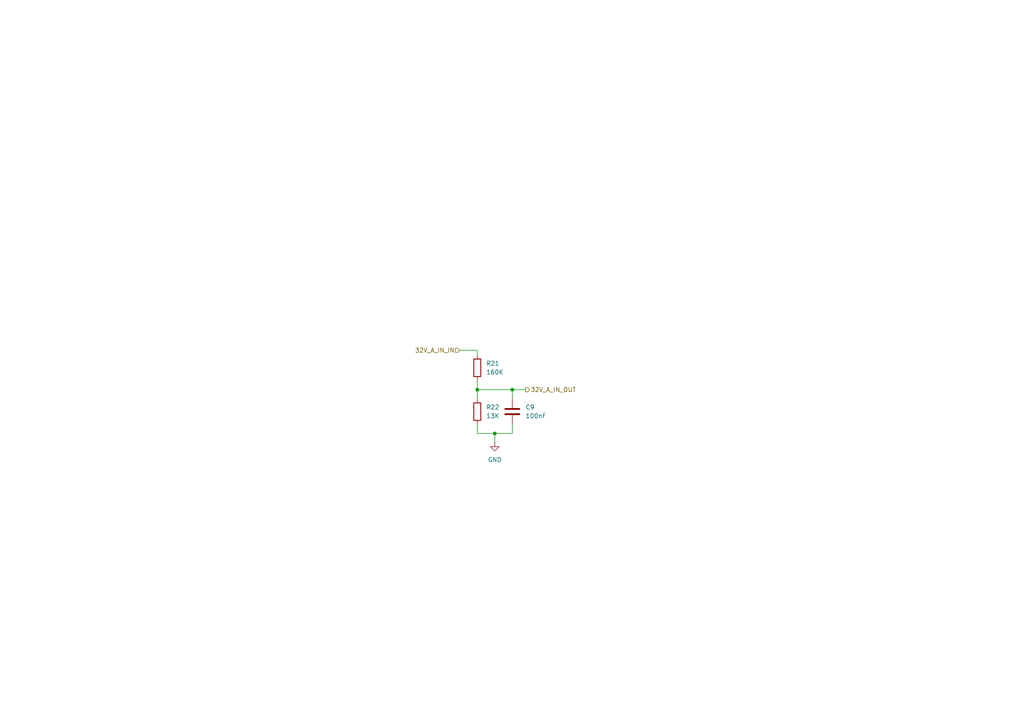
<source format=kicad_sch>
(kicad_sch (version 20250114) (generator "eeschema") (generator_version "9.0")
  (paper "A4")
  (lib_symbols
    (symbol "Device:C" (pin_numbers (hide yes)) (pin_names (offset 0.254))
      (property "Reference" "C" (at 0.635 2.54 0))
      (property "Value" "C" (at 0.635 -2.54 0))
      (symbol "C_0_1"
        (polyline (pts (xy -2.032 0.762) (xy 2.032 0.762)) (stroke (width 0.508)))
        (polyline (pts (xy -2.032 -0.762) (xy 2.032 -0.762)) (stroke (width 0.508)))
      )
      (symbol "C_1_1"
        (pin passive line (at 0 3.81 270) (length 2.794) (name "~") (number "1"))
        (pin passive line (at 0 -3.81 90) (length 2.794) (name "~") (number "2"))
      )
    )
    (symbol "Device:R" (pin_numbers (hide yes)) (pin_names (offset 0))
      (property "Reference" "R" (at 2.032 0 90))
      (property "Value" "R" (at 0 0 90))
      (symbol "R_0_1"
        (rectangle (start -1.016 -2.54) (end 1.016 2.54) (stroke (width 0.254)))
      )
      (symbol "R_1_1"
        (pin passive line (at 0 3.81 270) (length 1.27) (name "~") (number "1"))
        (pin passive line (at 0 -3.81 90) (length 1.27) (name "~") (number "2"))
      )
    )
    (symbol "power:GND" (power) (pin_numbers (hide yes)) (pin_names (offset 0) (hide yes))
      (property "Value" "GND" (at 0 -3.81 0))
      (symbol "GND_0_1"
        (polyline (pts (xy 0 0) (xy 0 -1.27) (xy 1.27 -1.27) (xy 0 -2.54) (xy -1.27 -1.27) (xy 0 -1.27)))
      )
      (symbol "GND_1_1"
        (pin power_in line (at 0 0 270) (length 0) (name "~") (number "1"))
      )
    )
  )
  (junction (at 143.51 125.73))
  (junction (at 138.43 113.03))
  (junction (at 148.59 113.03))
  (wire (pts (xy 138.43 125.73) (xy 138.43 123.19)))
  (wire (pts (xy 138.43 110.49) (xy 138.43 113.03)))
  (wire (pts (xy 133.35 101.6) (xy 138.43 101.6)))
  (wire (pts (xy 148.59 113.03) (xy 138.43 113.03)))
  (wire (pts (xy 143.51 125.73) (xy 138.43 125.73)))
  (wire (pts (xy 148.59 123.19) (xy 148.59 125.73)))
  (wire (pts (xy 148.59 125.73) (xy 143.51 125.73)))
  (wire (pts (xy 148.59 113.03) (xy 152.4 113.03)))
  (wire (pts (xy 143.51 125.73) (xy 143.51 128.27)))
  (wire (pts (xy 138.43 101.6) (xy 138.43 102.87)))
  (wire (pts (xy 138.43 113.03) (xy 138.43 115.57)))
  (wire (pts (xy 148.59 115.57) (xy 148.59 113.03)))
  (hierarchical_label "32V_A_IN_OUT" (shape output) (at 152.4 113.03 0))
  (hierarchical_label "32V_A_IN_IN" (shape input) (at 133.35 101.6 180))
  (symbol (lib_id "Device:C") (at 148.59 119.38 0) (unit 1)
    (property "Reference" "C9" (at 152.4 118.1099 0) (effects (justify left)))
    (property "Value" "100nF" (at 152.4 120.6499 0) (effects (justify left)))
    (property "Footprint" "Capacitor_SMD:C_0201_0603Metric" (effects (hide yes)))
    (property "Description" "Unpolarized capacitor" (effects (hide yes)))
  )
  (symbol (lib_id "Device:R") (at 138.43 119.38 0) (unit 1)
    (property "Reference" "R22" (at 140.97 118.1099 0) (effects (justify left)))
    (property "Value" "13K" (at 140.97 120.6499 0) (effects (justify left)))
    (property "Footprint" "Resistor_SMD:R_0201_0603Metric" (effects (hide yes)))
    (property "Description" "Resistor" (effects (hide yes)))
  )
  (symbol (lib_id "Device:R") (at 138.43 106.68 0) (unit 1)
    (property "Reference" "R21" (at 140.97 105.4099 0) (effects (justify left)))
    (property "Value" "160K" (at 140.97 107.9499 0) (effects (justify left)))
    (property "Footprint" "Resistor_SMD:R_0201_0603Metric" (effects (hide yes)))
    (property "Description" "Resistor" (effects (hide yes)))
  )
  (symbol (lib_id "power:GND") (at 143.51 128.27 0) (unit 1)
    (property "Reference" "#PWR045" (effects (hide yes)))
    (property "Value" "GND" (at 143.51 133.35 0))
    (property "Description" "Power symbol creates a global label with name \"GND\" , ground" (effects (hide yes)))
  )
)
</source>
